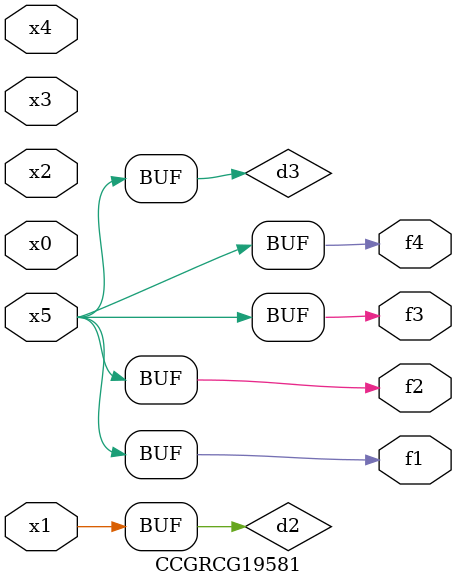
<source format=v>
module CCGRCG19581(
	input x0, x1, x2, x3, x4, x5,
	output f1, f2, f3, f4
);

	wire d1, d2, d3;

	not (d1, x5);
	or (d2, x1);
	xnor (d3, d1);
	assign f1 = d3;
	assign f2 = d3;
	assign f3 = d3;
	assign f4 = d3;
endmodule

</source>
